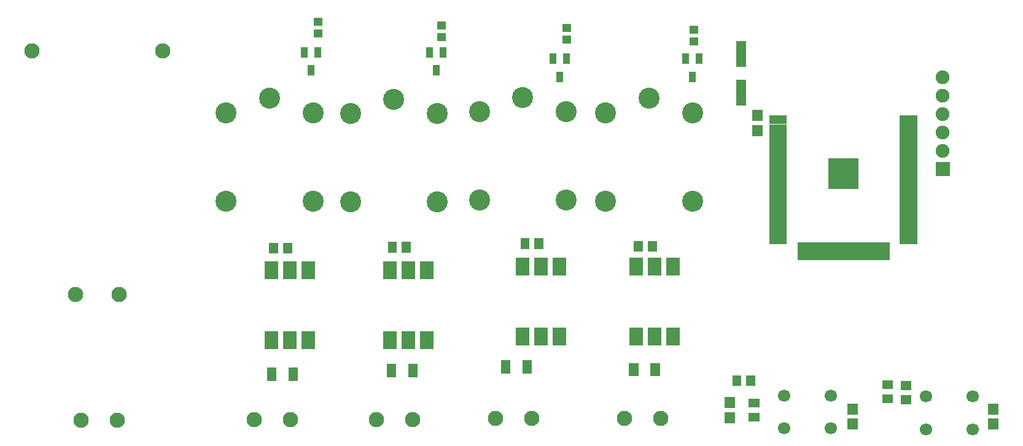
<source format=gts>
G04 Layer: TopSolderMaskLayer*
G04 EasyEDA v6.4.21, 2021-08-30T13:38:49+01:00*
G04 675468226515401a9f91b2405e789893,c56e7913202049aab2d2ce8198c124d2,10*
G04 Gerber Generator version 0.2*
G04 Scale: 100 percent, Rotated: No, Reflected: No *
G04 Dimensions in millimeters *
G04 leading zeros omitted , absolute positions ,4 integer and 5 decimal *
%FSLAX45Y45*%
%MOMM*%

%ADD42C,1.7000*%
%ADD43C,2.8956*%
%ADD44C,2.1016*%
%ADD45C,1.9016*%

%LPD*%
G36*
X10247375Y2969260D02*
G01*
X10247375Y3329431D01*
X10377424Y3329431D01*
X10377424Y2969260D01*
G37*
G36*
X10247375Y3503168D02*
G01*
X10247375Y3863339D01*
X10377424Y3863339D01*
X10377424Y3503168D01*
G37*
G36*
X10087356Y-1204468D02*
G01*
X10087356Y-1053337D01*
X10232643Y-1053337D01*
X10232643Y-1204468D01*
G37*
G36*
X10087356Y-1410462D02*
G01*
X10087356Y-1259331D01*
X10232643Y-1259331D01*
X10232643Y-1410462D01*
G37*
G36*
X10468356Y2551937D02*
G01*
X10468356Y2703068D01*
X10613643Y2703068D01*
X10613643Y2551937D01*
G37*
G36*
X10468356Y2757931D02*
G01*
X10468356Y2909062D01*
X10613643Y2909062D01*
X10613643Y2757931D01*
G37*
G36*
X11776456Y-1293368D02*
G01*
X11776456Y-1142237D01*
X11921743Y-1142237D01*
X11921743Y-1293368D01*
G37*
G36*
X11776456Y-1499362D02*
G01*
X11776456Y-1348231D01*
X11921743Y-1348231D01*
X11921743Y-1499362D01*
G37*
G36*
X13719556Y-1293368D02*
G01*
X13719556Y-1142237D01*
X13864843Y-1142237D01*
X13864843Y-1293368D01*
G37*
G36*
X13719556Y-1499362D02*
G01*
X13719556Y-1348231D01*
X13864843Y-1348231D01*
X13864843Y-1499362D01*
G37*
G36*
X12257786Y-943102D02*
G01*
X12257786Y-819657D01*
X12405613Y-819657D01*
X12405613Y-943102D01*
G37*
G36*
X12257786Y-1136142D02*
G01*
X12257786Y-1012697D01*
X12405613Y-1012697D01*
X12405613Y-1136142D01*
G37*
G36*
X10385297Y-899413D02*
G01*
X10385297Y-751586D01*
X10508741Y-751586D01*
X10508741Y-899413D01*
G37*
G36*
X10192258Y-899413D02*
G01*
X10192258Y-751586D01*
X10315702Y-751586D01*
X10315702Y-899413D01*
G37*
G36*
X12511786Y-955802D02*
G01*
X12511786Y-832357D01*
X12659613Y-832357D01*
X12659613Y-955802D01*
G37*
G36*
X12511786Y-1148842D02*
G01*
X12511786Y-1025397D01*
X12659613Y-1025397D01*
X12659613Y-1148842D01*
G37*
G36*
X10416286Y-1390142D02*
G01*
X10416286Y-1266697D01*
X10564113Y-1266697D01*
X10564113Y-1390142D01*
G37*
G36*
X10416286Y-1197102D02*
G01*
X10416286Y-1073657D01*
X10564113Y-1073657D01*
X10564113Y-1197102D01*
G37*
D42*
G01*
X13507605Y-1045006D03*
G01*
X12857594Y-1045006D03*
G01*
X12857594Y-1494993D03*
G01*
X13507605Y-1494993D03*
G01*
X10901794Y-1482293D03*
G01*
X11551805Y-1482293D03*
G01*
X11551805Y-1032306D03*
G01*
X10901794Y-1032306D03*
D43*
G01*
X3210052Y1652193D03*
G01*
X3810000Y3072206D03*
G01*
X4409998Y2872206D03*
G01*
X3210001Y2872206D03*
G01*
X4409947Y1652193D03*
G01*
X8442452Y1652193D03*
G01*
X9042400Y3072206D03*
G01*
X9642398Y2872206D03*
G01*
X8442401Y2872206D03*
G01*
X9642347Y1652193D03*
D44*
G01*
X1710944Y-1371600D03*
G01*
X1210055Y-1371600D03*
G01*
X4098543Y-1358900D03*
G01*
X3597656Y-1358900D03*
G01*
X7425943Y-1346200D03*
G01*
X6925056Y-1346200D03*
G01*
X5787643Y-1358900D03*
G01*
X5286756Y-1358900D03*
G01*
X9203943Y-1346200D03*
G01*
X8703056Y-1346200D03*
D45*
G01*
X13093700Y3365500D03*
G01*
X13093700Y3111500D03*
G01*
X13093700Y2857500D03*
G01*
X13093700Y2603500D03*
G01*
X13093700Y2349500D03*
G36*
X12998704Y2000504D02*
G01*
X12998704Y2190495D01*
X13188695Y2190495D01*
X13188695Y2000504D01*
G37*
G36*
X4336288Y3383787D02*
G01*
X4336288Y3529076D01*
X4426711Y3529076D01*
X4426711Y3383787D01*
G37*
G36*
X4241291Y3633723D02*
G01*
X4241291Y3779012D01*
X4331715Y3779012D01*
X4331715Y3633723D01*
G37*
G36*
X4431284Y3633723D02*
G01*
X4431284Y3779012D01*
X4521708Y3779012D01*
X4521708Y3633723D01*
G37*
G36*
X7765288Y3294887D02*
G01*
X7765288Y3440176D01*
X7855711Y3440176D01*
X7855711Y3294887D01*
G37*
G36*
X7670291Y3544823D02*
G01*
X7670291Y3690112D01*
X7760715Y3690112D01*
X7760715Y3544823D01*
G37*
G36*
X7860284Y3544823D02*
G01*
X7860284Y3690112D01*
X7950708Y3690112D01*
X7950708Y3544823D01*
G37*
G36*
X6063488Y3383787D02*
G01*
X6063488Y3529076D01*
X6153911Y3529076D01*
X6153911Y3383787D01*
G37*
G36*
X5968491Y3633723D02*
G01*
X5968491Y3779012D01*
X6058915Y3779012D01*
X6058915Y3633723D01*
G37*
G36*
X6158484Y3633723D02*
G01*
X6158484Y3779012D01*
X6248908Y3779012D01*
X6248908Y3633723D01*
G37*
G36*
X9594088Y3294887D02*
G01*
X9594088Y3440176D01*
X9684511Y3440176D01*
X9684511Y3294887D01*
G37*
G36*
X9499091Y3544823D02*
G01*
X9499091Y3690112D01*
X9589515Y3690112D01*
X9589515Y3544823D01*
G37*
G36*
X9689084Y3544823D02*
G01*
X9689084Y3690112D01*
X9779508Y3690112D01*
X9779508Y3544823D01*
G37*
G36*
X3997197Y929386D02*
G01*
X3997197Y1077213D01*
X4120641Y1077213D01*
X4120641Y929386D01*
G37*
G36*
X3804158Y929386D02*
G01*
X3804158Y1077213D01*
X3927602Y1077213D01*
X3927602Y929386D01*
G37*
G36*
X7464297Y992886D02*
G01*
X7464297Y1140713D01*
X7587741Y1140713D01*
X7587741Y992886D01*
G37*
G36*
X7271258Y992886D02*
G01*
X7271258Y1140713D01*
X7394702Y1140713D01*
X7394702Y992886D01*
G37*
G36*
X5635497Y942086D02*
G01*
X5635497Y1089913D01*
X5758941Y1089913D01*
X5758941Y942086D01*
G37*
G36*
X5442458Y942086D02*
G01*
X5442458Y1089913D01*
X5565902Y1089913D01*
X5565902Y942086D01*
G37*
G36*
X9026397Y954786D02*
G01*
X9026397Y1102613D01*
X9149841Y1102613D01*
X9149841Y954786D01*
G37*
G36*
X8833358Y954786D02*
G01*
X8833358Y1102613D01*
X8956802Y1102613D01*
X8956802Y954786D01*
G37*
G36*
X4422902Y3916171D02*
G01*
X4422902Y4026407D01*
X4543297Y4026407D01*
X4543297Y3916171D01*
G37*
G36*
X4422902Y4076192D02*
G01*
X4422902Y4186428D01*
X4543297Y4186428D01*
X4543297Y4076192D01*
G37*
G36*
X6124702Y3865371D02*
G01*
X6124702Y3975607D01*
X6245097Y3975607D01*
X6245097Y3865371D01*
G37*
G36*
X6124702Y4025392D02*
G01*
X6124702Y4135628D01*
X6245097Y4135628D01*
X6245097Y4025392D01*
G37*
G36*
X7851902Y3827271D02*
G01*
X7851902Y3937507D01*
X7972297Y3937507D01*
X7972297Y3827271D01*
G37*
G36*
X7851902Y3987292D02*
G01*
X7851902Y4097528D01*
X7972297Y4097528D01*
X7972297Y3987292D01*
G37*
G36*
X9604502Y3801871D02*
G01*
X9604502Y3912107D01*
X9724897Y3912107D01*
X9724897Y3801871D01*
G37*
G36*
X9604502Y3961892D02*
G01*
X9604502Y4072128D01*
X9724897Y4072128D01*
X9724897Y3961892D01*
G37*
G36*
X7295895Y-725170D02*
G01*
X7295895Y-544829D01*
X7426959Y-544829D01*
X7426959Y-725170D01*
G37*
G36*
X7000240Y-725170D02*
G01*
X7000240Y-544829D01*
X7131304Y-544829D01*
X7131304Y-725170D01*
G37*
G36*
X4070095Y-826770D02*
G01*
X4070095Y-646429D01*
X4201159Y-646429D01*
X4201159Y-826770D01*
G37*
G36*
X3774440Y-826770D02*
G01*
X3774440Y-646429D01*
X3905504Y-646429D01*
X3905504Y-826770D01*
G37*
G36*
X5721095Y-775970D02*
G01*
X5721095Y-595629D01*
X5852159Y-595629D01*
X5852159Y-775970D01*
G37*
G36*
X5425440Y-775970D02*
G01*
X5425440Y-595629D01*
X5556504Y-595629D01*
X5556504Y-775970D01*
G37*
G36*
X9061195Y-763270D02*
G01*
X9061195Y-582929D01*
X9192259Y-582929D01*
X9192259Y-763270D01*
G37*
G36*
X8765540Y-763270D02*
G01*
X8765540Y-582929D01*
X8896604Y-582929D01*
X8896604Y-763270D01*
G37*
G36*
X7208520Y-340868D02*
G01*
X7208520Y-90931D01*
X7396479Y-90931D01*
X7396479Y-340868D01*
G37*
G36*
X7462520Y-340868D02*
G01*
X7462520Y-90931D01*
X7650479Y-90931D01*
X7650479Y-340868D01*
G37*
G36*
X7716520Y-340868D02*
G01*
X7716520Y-90931D01*
X7904479Y-90931D01*
X7904479Y-340868D01*
G37*
G36*
X7716520Y624331D02*
G01*
X7716520Y874268D01*
X7904479Y874268D01*
X7904479Y624331D01*
G37*
G36*
X7462520Y624331D02*
G01*
X7462520Y874268D01*
X7650479Y874268D01*
X7650479Y624331D01*
G37*
G36*
X7208520Y624331D02*
G01*
X7208520Y874268D01*
X7396479Y874268D01*
X7396479Y624331D01*
G37*
G36*
X3741420Y-391668D02*
G01*
X3741420Y-141731D01*
X3929379Y-141731D01*
X3929379Y-391668D01*
G37*
G36*
X3995420Y-391668D02*
G01*
X3995420Y-141731D01*
X4183379Y-141731D01*
X4183379Y-391668D01*
G37*
G36*
X4249420Y-391668D02*
G01*
X4249420Y-141731D01*
X4437379Y-141731D01*
X4437379Y-391668D01*
G37*
G36*
X4249420Y573531D02*
G01*
X4249420Y823468D01*
X4437379Y823468D01*
X4437379Y573531D01*
G37*
G36*
X3995420Y573531D02*
G01*
X3995420Y823468D01*
X4183379Y823468D01*
X4183379Y573531D01*
G37*
G36*
X3741420Y573531D02*
G01*
X3741420Y823468D01*
X3929379Y823468D01*
X3929379Y573531D01*
G37*
G36*
X5379720Y-391668D02*
G01*
X5379720Y-141731D01*
X5567679Y-141731D01*
X5567679Y-391668D01*
G37*
G36*
X5633720Y-391668D02*
G01*
X5633720Y-141731D01*
X5821679Y-141731D01*
X5821679Y-391668D01*
G37*
G36*
X5887720Y-391668D02*
G01*
X5887720Y-141731D01*
X6075679Y-141731D01*
X6075679Y-391668D01*
G37*
G36*
X5887720Y573531D02*
G01*
X5887720Y823468D01*
X6075679Y823468D01*
X6075679Y573531D01*
G37*
G36*
X5633720Y573531D02*
G01*
X5633720Y823468D01*
X5821679Y823468D01*
X5821679Y573531D01*
G37*
G36*
X5379720Y573531D02*
G01*
X5379720Y823468D01*
X5567679Y823468D01*
X5567679Y573531D01*
G37*
G36*
X8770620Y-340868D02*
G01*
X8770620Y-90931D01*
X8958579Y-90931D01*
X8958579Y-340868D01*
G37*
G36*
X9024620Y-340868D02*
G01*
X9024620Y-90931D01*
X9212579Y-90931D01*
X9212579Y-340868D01*
G37*
G36*
X9278620Y-340868D02*
G01*
X9278620Y-90931D01*
X9466579Y-90931D01*
X9466579Y-340868D01*
G37*
G36*
X9278620Y624331D02*
G01*
X9278620Y874268D01*
X9466579Y874268D01*
X9466579Y624331D01*
G37*
G36*
X9024620Y624331D02*
G01*
X9024620Y874268D01*
X9212579Y874268D01*
X9212579Y624331D01*
G37*
G36*
X8770620Y624331D02*
G01*
X8770620Y874268D01*
X8958579Y874268D01*
X8958579Y624331D01*
G37*
D44*
G01*
X2335098Y3724694D03*
G01*
X535101Y3724694D03*
G01*
X1735099Y364705D03*
G01*
X1135100Y364705D03*
G36*
X12501625Y2713989D02*
G01*
X12501625Y2834131D01*
X12741909Y2834131D01*
X12741909Y2713989D01*
G37*
G36*
X12501372Y2586228D02*
G01*
X12501372Y2706623D01*
X12741656Y2706623D01*
X12741656Y2586228D01*
G37*
G36*
X12501118Y2459481D02*
G01*
X12501118Y2579878D01*
X12741402Y2579878D01*
X12741402Y2459481D01*
G37*
G36*
X12501118Y2332481D02*
G01*
X12501118Y2452878D01*
X12741402Y2452878D01*
X12741402Y2332481D01*
G37*
G36*
X12501118Y2205481D02*
G01*
X12501118Y2325878D01*
X12741402Y2325878D01*
X12741402Y2205481D01*
G37*
G36*
X12501118Y2078481D02*
G01*
X12501118Y2198878D01*
X12741402Y2198878D01*
X12741402Y2078481D01*
G37*
G36*
X12501118Y1951481D02*
G01*
X12501118Y2071878D01*
X12741402Y2071878D01*
X12741402Y1951481D01*
G37*
G36*
X12500863Y1824736D02*
G01*
X12500863Y1945131D01*
X12741147Y1945131D01*
X12741147Y1824736D01*
G37*
G36*
X12500863Y1697736D02*
G01*
X12500863Y1818131D01*
X12741147Y1818131D01*
X12741147Y1697736D01*
G37*
G36*
X12500863Y1570736D02*
G01*
X12500863Y1691131D01*
X12741147Y1691131D01*
X12741147Y1570736D01*
G37*
G36*
X12500863Y1443736D02*
G01*
X12500863Y1564131D01*
X12741147Y1564131D01*
X12741147Y1443736D01*
G37*
G36*
X12501118Y1316481D02*
G01*
X12501118Y1436878D01*
X12741402Y1436878D01*
X12741402Y1316481D01*
G37*
G36*
X12501118Y1189481D02*
G01*
X12501118Y1309878D01*
X12741402Y1309878D01*
X12741402Y1189481D01*
G37*
G36*
X12501118Y1062481D02*
G01*
X12501118Y1182878D01*
X12741402Y1182878D01*
X12741402Y1062481D01*
G37*
G36*
X10703052Y2714244D02*
G01*
X10703052Y2834386D01*
X10943336Y2834386D01*
X10943336Y2714244D01*
G37*
G36*
X10702797Y2586481D02*
G01*
X10702797Y2706878D01*
X10943081Y2706878D01*
X10943081Y2586481D01*
G37*
G36*
X10702543Y2459736D02*
G01*
X10702543Y2580131D01*
X10942827Y2580131D01*
X10942827Y2459736D01*
G37*
G36*
X10702543Y2332736D02*
G01*
X10702543Y2453131D01*
X10942827Y2453131D01*
X10942827Y2332736D01*
G37*
G36*
X10702543Y2205736D02*
G01*
X10702543Y2326131D01*
X10942827Y2326131D01*
X10942827Y2205736D01*
G37*
G36*
X10702543Y2078736D02*
G01*
X10702543Y2199131D01*
X10942827Y2199131D01*
X10942827Y2078736D01*
G37*
G36*
X10702543Y1951736D02*
G01*
X10702543Y2072131D01*
X10942827Y2072131D01*
X10942827Y1951736D01*
G37*
G36*
X10702290Y1824989D02*
G01*
X10702290Y1945386D01*
X10942574Y1945386D01*
X10942574Y1824989D01*
G37*
G36*
X10702290Y1697989D02*
G01*
X10702290Y1818386D01*
X10942574Y1818386D01*
X10942574Y1697989D01*
G37*
G36*
X10702290Y1570989D02*
G01*
X10702290Y1691386D01*
X10942574Y1691386D01*
X10942574Y1570989D01*
G37*
G36*
X10702290Y1443989D02*
G01*
X10702290Y1564386D01*
X10942574Y1564386D01*
X10942574Y1443989D01*
G37*
G36*
X10702543Y1316736D02*
G01*
X10702543Y1437131D01*
X10942827Y1437131D01*
X10942827Y1316736D01*
G37*
G36*
X10702543Y1189736D02*
G01*
X10702543Y1310131D01*
X10942827Y1310131D01*
X10942827Y1189736D01*
G37*
G36*
X10702543Y1062736D02*
G01*
X10702543Y1183131D01*
X10942827Y1183131D01*
X10942827Y1062736D01*
G37*
G36*
X11095227Y842518D02*
G01*
X11095227Y1082802D01*
X11215624Y1082802D01*
X11215624Y842518D01*
G37*
G36*
X11222227Y842518D02*
G01*
X11222227Y1082802D01*
X11342624Y1082802D01*
X11342624Y842518D01*
G37*
G36*
X11349227Y842518D02*
G01*
X11349227Y1082802D01*
X11469624Y1082802D01*
X11469624Y842518D01*
G37*
G36*
X11475974Y842263D02*
G01*
X11475974Y1082547D01*
X11596370Y1082547D01*
X11596370Y842263D01*
G37*
G36*
X11602974Y842263D02*
G01*
X11602974Y1082547D01*
X11723370Y1082547D01*
X11723370Y842263D01*
G37*
G36*
X11729974Y842263D02*
G01*
X11729974Y1082547D01*
X11850370Y1082547D01*
X11850370Y842263D01*
G37*
G36*
X11856974Y842263D02*
G01*
X11856974Y1082547D01*
X11977370Y1082547D01*
X11977370Y842263D01*
G37*
G36*
X11984227Y842518D02*
G01*
X11984227Y1082802D01*
X12104624Y1082802D01*
X12104624Y842518D01*
G37*
G36*
X12111227Y842518D02*
G01*
X12111227Y1082802D01*
X12231624Y1082802D01*
X12231624Y842518D01*
G37*
G36*
X12238227Y842518D02*
G01*
X12238227Y1082802D01*
X12358624Y1082802D01*
X12358624Y842518D01*
G37*
G36*
X11511788Y1820671D02*
G01*
X11511788Y2241042D01*
X11932158Y2241042D01*
X11932158Y1820671D01*
G37*
D43*
G01*
X4924552Y1639493D03*
G01*
X5524500Y3059506D03*
G01*
X6124498Y2859506D03*
G01*
X4924501Y2859506D03*
G01*
X6124447Y1639493D03*
G01*
X6702552Y1664893D03*
G01*
X7302500Y3084906D03*
G01*
X7902498Y2884906D03*
G01*
X6702501Y2884906D03*
G01*
X7902447Y1664893D03*
M02*

</source>
